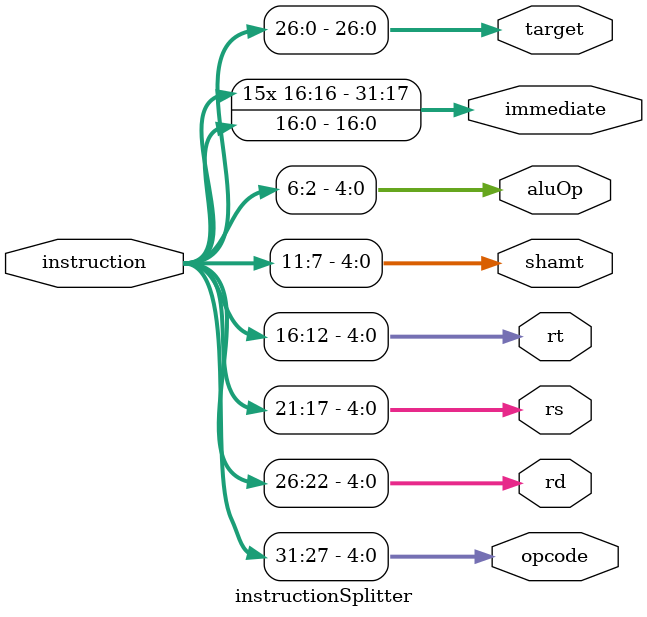
<source format=v>
module instructionSplitter(instruction, opcode, rd, rs, rt, shamt, aluOp, immediate, target);

    input[31:0] instruction;
    output[4:0] opcode, rd, rs, rt, shamt, aluOp;
    output [31:0] immediate;
    output [26:0] target;

    assign opcode = instruction[31:27];
    assign rd = instruction[26:22];
    assign rs = instruction[21:17];
    assign rt = instruction[16:12];
    assign shamt = instruction[11:7];
    assign aluOp = instruction[6:2];
    assign target = instruction[26:0];

    assign immediate[31] = instruction[16];
    assign immediate[30] = instruction[16];
    assign immediate[29] = instruction[16];
    assign immediate[28] = instruction[16];
    assign immediate[27] = instruction[16];
    assign immediate[26] = instruction[16];
    assign immediate[25] = instruction[16];
    assign immediate[24] = instruction[16];
    assign immediate[23] = instruction[16];
    assign immediate[22] = instruction[16];
    assign immediate[21] = instruction[16];
    assign immediate[20] = instruction[16];
    assign immediate[19] = instruction[16];
    assign immediate[18] = instruction[16];
    assign immediate[17] = instruction[16];
    assign immediate[16:0] = instruction[16:0];

endmodule
</source>
